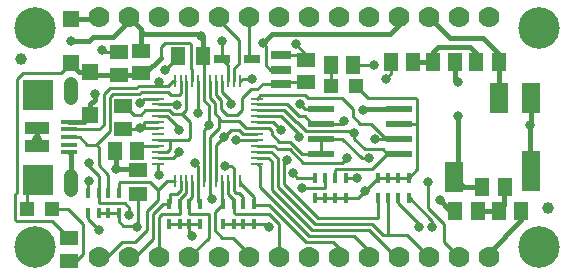
<source format=gbr>
G04 EAGLE Gerber RS-274X export*
G75*
%MOMM*%
%FSLAX34Y34*%
%LPD*%
%INTop Copper*%
%IPPOS*%
%AMOC8*
5,1,8,0,0,1.08239X$1,22.5*%
G01*
%ADD10R,2.200000X0.600000*%
%ADD11R,2.500000X2.500000*%
%ADD12C,1.208000*%
%ADD13R,1.350000X0.400000*%
%ADD14R,2.000000X1.000000*%
%ADD15R,1.500000X2.500000*%
%ADD16R,1.500000X3.400000*%
%ADD17R,1.300000X1.500000*%
%ADD18R,1.500000X1.300000*%
%ADD19R,1.500000X1.200000*%
%ADD20R,0.285000X1.100000*%
%ADD21R,1.100000X0.285000*%
%ADD22R,1.100000X0.280000*%
%ADD23R,1.200000X1.500000*%
%ADD24R,1.350000X0.800000*%
%ADD25R,0.450000X0.900000*%
%ADD26C,3.516000*%
%ADD27C,1.778000*%
%ADD28C,1.000000*%
%ADD29R,1.200000X1.200000*%
%ADD30R,1.700000X0.700000*%
%ADD31R,1.400000X1.400000*%
%ADD32C,0.254000*%
%ADD33C,0.800100*%
%ADD34C,0.406400*%
%ADD35C,0.806400*%


D10*
X330330Y113030D03*
X264030Y113030D03*
X330330Y100330D03*
X330330Y125730D03*
X330330Y138430D03*
X264030Y100330D03*
X264030Y125730D03*
X264030Y138430D03*
D11*
X24180Y78300D03*
X24180Y150300D03*
D12*
X52180Y147300D02*
X52180Y159380D01*
X52180Y81300D02*
X52180Y69220D01*
D13*
X50930Y127300D03*
X50930Y120800D03*
X50930Y114300D03*
X50930Y107800D03*
X50930Y101300D03*
D14*
X23180Y121800D03*
X23180Y106800D03*
D15*
X441900Y147300D03*
X376900Y80300D03*
X414900Y147300D03*
D16*
X441900Y85300D03*
D17*
X108560Y102870D03*
X89560Y102870D03*
D18*
X251460Y179680D03*
X251460Y160680D03*
D19*
X109220Y86700D03*
X109220Y65700D03*
D18*
X96520Y121310D03*
X96520Y140310D03*
X111760Y187300D03*
X111760Y168300D03*
D20*
X140140Y77380D03*
X145140Y77380D03*
X150140Y77380D03*
X155140Y77380D03*
X160140Y77380D03*
X165140Y77380D03*
X170140Y77380D03*
X175140Y77380D03*
X180140Y77380D03*
X185140Y77380D03*
X190140Y77380D03*
X195140Y77380D03*
D21*
X209640Y91880D03*
X209640Y96880D03*
X209640Y101880D03*
X209640Y106880D03*
X209640Y111880D03*
X209640Y116880D03*
X209640Y121880D03*
X209640Y126880D03*
X209640Y131880D03*
X209640Y136880D03*
X209640Y141880D03*
X209640Y146880D03*
D20*
X195140Y161380D03*
X190140Y161380D03*
X185140Y161380D03*
X180140Y161380D03*
X175140Y161380D03*
X170140Y161380D03*
X165140Y161380D03*
X160140Y161380D03*
X155140Y161380D03*
X150140Y161380D03*
X145140Y161380D03*
X140140Y161380D03*
D21*
X125640Y146880D03*
X125640Y141880D03*
X125640Y136880D03*
X125640Y131880D03*
X125640Y126880D03*
X125640Y121880D03*
X125640Y116880D03*
X125640Y111880D03*
X125640Y106880D03*
X125640Y101880D03*
X125640Y96880D03*
D22*
X125640Y91880D03*
D23*
X164170Y182880D03*
X143170Y182880D03*
D24*
X205740Y180340D03*
X180340Y180340D03*
D18*
X92710Y186030D03*
X92710Y167030D03*
D25*
X67010Y66920D03*
X67010Y49920D03*
X76010Y66920D03*
X84010Y66920D03*
X93010Y66920D03*
X93010Y49920D03*
X76010Y49920D03*
X84010Y49920D03*
D26*
X21590Y207010D03*
X21590Y21590D03*
X448310Y207010D03*
X448310Y21590D03*
D17*
X377850Y52070D03*
X396850Y52070D03*
X323240Y177800D03*
X342240Y177800D03*
X414680Y52070D03*
X433680Y52070D03*
X358800Y177800D03*
X377800Y177800D03*
X400710Y72390D03*
X419710Y72390D03*
X414630Y177800D03*
X395630Y177800D03*
D27*
X76200Y215900D03*
X101600Y215900D03*
X127000Y215900D03*
X152400Y215900D03*
X177800Y215900D03*
X203200Y215900D03*
X228600Y215900D03*
X254000Y215900D03*
X279400Y215900D03*
X304800Y215900D03*
X330200Y215900D03*
X355600Y215900D03*
X381000Y215900D03*
X406400Y215900D03*
D28*
X455930Y54610D03*
X10160Y180340D03*
D27*
X406400Y12700D03*
X381000Y12700D03*
X355600Y12700D03*
X330200Y12700D03*
X304800Y12700D03*
X279400Y12700D03*
X254000Y12700D03*
X228600Y12700D03*
X203200Y12700D03*
X177800Y12700D03*
X152400Y12700D03*
X127000Y12700D03*
X101600Y12700D03*
X76200Y12700D03*
D29*
X14900Y53340D03*
X35900Y53340D03*
D18*
X50800Y9550D03*
X50800Y28550D03*
D29*
X272710Y157480D03*
X293710Y157480D03*
D17*
X272440Y175260D03*
X291440Y175260D03*
D25*
X161590Y41030D03*
X161590Y58030D03*
X152590Y41030D03*
X144590Y41030D03*
X135590Y41030D03*
X135590Y58030D03*
X152590Y58030D03*
X144590Y58030D03*
X207310Y41030D03*
X207310Y58030D03*
X198310Y41030D03*
X190310Y41030D03*
X181310Y41030D03*
X181310Y58030D03*
X198310Y58030D03*
X190310Y58030D03*
X312120Y79620D03*
X312120Y62620D03*
X321120Y79620D03*
X329120Y79620D03*
X338120Y79620D03*
X338120Y62620D03*
X321120Y62620D03*
X329120Y62620D03*
X284780Y62620D03*
X284780Y79620D03*
X275780Y62620D03*
X267780Y62620D03*
X258780Y62620D03*
X258780Y79620D03*
X275780Y79620D03*
X267780Y79620D03*
D30*
X229870Y183450D03*
X229870Y171450D03*
X229870Y159450D03*
D31*
X52070Y177080D03*
X52070Y214080D03*
X68580Y169630D03*
X68580Y132630D03*
D32*
X114300Y126880D02*
X125640Y126880D01*
X125640Y121880D02*
X114340Y121880D01*
X114300Y121920D01*
X114300Y126880D01*
X165140Y144820D02*
X165140Y161380D01*
X168910Y141050D02*
X168910Y124460D01*
D33*
X168910Y124460D03*
D32*
X142092Y141880D02*
X125640Y141880D01*
D33*
X142240Y141732D03*
X110490Y121920D03*
X127000Y82550D03*
X181610Y114300D03*
D32*
X175140Y107830D02*
X175140Y77380D01*
D33*
X90170Y87630D03*
D32*
X175140Y107830D02*
X181610Y114300D01*
D34*
X302260Y138430D02*
X330330Y138430D01*
D32*
X302260Y138430D02*
X300990Y138430D01*
D34*
X299720Y137160D01*
D33*
X299720Y137160D03*
X214630Y194310D03*
D32*
X168910Y124460D02*
X165100Y120650D01*
D33*
X76200Y35560D03*
D34*
X322580Y201930D02*
X330200Y209550D01*
X330200Y215900D01*
D32*
X168910Y141050D02*
X165140Y144820D01*
X142240Y141732D02*
X142092Y141880D01*
X165140Y161380D02*
X165140Y181910D01*
X164170Y182880D01*
X110490Y121920D02*
X109880Y121310D01*
X96520Y121310D01*
X110490Y121920D02*
X114300Y121920D01*
X198080Y116880D02*
X209640Y116880D01*
X198080Y116880D02*
X194310Y120650D01*
X187960Y120650D01*
X181610Y114300D01*
X220980Y171450D02*
X229870Y171450D01*
X220980Y171450D02*
X217170Y175260D01*
X217170Y191770D01*
X214630Y194310D01*
D33*
X379730Y161290D03*
D34*
X377800Y163220D02*
X377800Y177800D01*
X377800Y163220D02*
X379730Y161290D01*
X441900Y147300D02*
X441900Y125670D01*
X440690Y124460D01*
D33*
X440690Y124460D03*
D34*
X322580Y201930D02*
X222250Y201930D01*
X214630Y194310D01*
X433680Y52070D02*
X433680Y43790D01*
X406400Y16510D01*
X406400Y12700D01*
X23180Y112968D02*
X23180Y121800D01*
D33*
X23180Y112968D03*
D34*
X23180Y106800D01*
D32*
X24180Y78300D02*
X14900Y69020D01*
X14900Y53340D01*
D34*
X52180Y100050D02*
X50930Y101300D01*
X52180Y100050D02*
X52180Y81300D01*
D32*
X67010Y49920D02*
X67010Y44750D01*
X76200Y35560D01*
D34*
X102870Y214630D02*
X101600Y215900D01*
X102870Y214630D02*
X111760Y205740D01*
X111760Y204470D01*
X111760Y187300D01*
X89560Y102870D02*
X90170Y102260D01*
X90170Y87630D01*
X108290Y87630D02*
X109220Y86700D01*
X108290Y87630D02*
X90170Y87630D01*
D32*
X125640Y83910D02*
X125640Y91880D01*
X125640Y83910D02*
X127000Y82550D01*
X165100Y77420D02*
X165100Y120650D01*
X165100Y77420D02*
X165140Y77380D01*
D34*
X114300Y201930D02*
X111760Y204470D01*
X114300Y201930D02*
X160020Y201930D01*
X163830Y198120D01*
X163830Y183220D01*
X164170Y182880D01*
D33*
X162560Y200152D03*
D34*
X102870Y214630D02*
X87630Y199390D01*
X71120Y199390D01*
X67310Y195580D01*
X52070Y195580D01*
D35*
X52070Y195580D03*
D34*
X440690Y86510D02*
X441900Y85300D01*
X440690Y86510D02*
X440690Y124460D01*
D32*
X87630Y151130D02*
X85090Y148590D01*
X87630Y151130D02*
X110490Y151130D01*
X111760Y152400D01*
X134620Y152400D01*
X137160Y149860D01*
X143510Y149860D01*
X145140Y151490D01*
X145140Y161380D01*
X85090Y148590D02*
X85090Y119380D01*
X73660Y107950D01*
X66040Y107950D01*
X59690Y114300D01*
X50930Y114300D01*
X73660Y107950D02*
X76010Y105600D01*
X76010Y90360D01*
X84010Y82360D01*
X84010Y66920D01*
X80010Y124460D02*
X80010Y151130D01*
X85090Y156210D01*
X108210Y156210D01*
X109480Y157480D01*
X127000Y157480D01*
X128270Y157480D02*
X134620Y157480D01*
X80010Y124460D02*
X76350Y120800D01*
D33*
X67310Y92710D03*
D32*
X67310Y90170D01*
X76200Y81280D01*
X76200Y67110D01*
X76010Y66920D01*
X76350Y120800D02*
X50930Y120800D01*
X138520Y161380D02*
X140140Y161380D01*
X138520Y161380D02*
X134620Y157480D01*
X76010Y66920D02*
X76010Y58420D01*
X97790Y58420D01*
X101600Y54610D01*
X101600Y48260D01*
D35*
X101600Y48260D03*
X127000Y161290D03*
D32*
X127000Y157480D01*
X128270Y157480D01*
X209640Y141880D02*
X235310Y141880D01*
X245110Y132080D01*
X250190Y132080D01*
X256540Y125730D01*
X264030Y125730D01*
D33*
X283210Y128270D03*
D32*
X280670Y125730D01*
X264030Y125730D01*
X251460Y119380D02*
X292100Y119380D01*
X330330Y100330D02*
X331600Y100330D01*
X232690Y136880D02*
X209640Y136880D01*
X232690Y136880D02*
X242570Y127000D01*
X243840Y127000D01*
X251460Y119380D01*
X320040Y100330D02*
X330330Y100330D01*
D33*
X292100Y118110D03*
D32*
X292100Y119380D01*
X320040Y100330D02*
X307340Y87630D01*
X276860Y87630D01*
X275590Y86360D01*
X275590Y79810D01*
X275780Y79620D01*
X316230Y104140D02*
X320040Y100330D01*
X316230Y104140D02*
X300990Y104140D01*
X292100Y113030D01*
X292100Y118110D01*
X155140Y161380D02*
X155140Y171250D01*
X153670Y172720D01*
X153670Y193040D01*
X152400Y194310D01*
X114300Y168910D02*
X114300Y168300D01*
D34*
X59520Y169630D02*
X52070Y177080D01*
X59520Y169630D02*
X68580Y169630D01*
X71180Y167030D01*
D32*
X132080Y194310D02*
X152400Y194310D01*
X132080Y194310D02*
X128270Y190500D01*
X128270Y181610D01*
X112370Y168910D02*
X111760Y168300D01*
D34*
X92710Y167030D02*
X71180Y167030D01*
X92710Y167030D02*
X110490Y167030D01*
X111760Y168300D01*
X114960Y168300D02*
X128270Y181610D01*
X114960Y168300D02*
X111760Y168300D01*
X113690Y168300D02*
X114300Y168910D01*
X113690Y168300D02*
X111760Y168300D01*
D32*
X52070Y177080D02*
X43900Y168910D01*
X11430Y168910D01*
X6350Y163830D01*
X6350Y67310D01*
X5080Y66040D01*
X5080Y44450D01*
X6350Y43180D01*
X36170Y43180D01*
X50800Y28550D01*
D34*
X74380Y214080D02*
X76200Y215900D01*
X74380Y214080D02*
X52070Y214080D01*
D32*
X112570Y106880D02*
X125640Y106880D01*
X112570Y106880D02*
X108560Y102870D01*
X175260Y149860D02*
X179070Y146050D01*
X179070Y138430D01*
X184150Y133350D01*
X193040Y133350D01*
X196850Y137160D01*
X196850Y147320D01*
X204470Y154940D01*
X210160Y154940D01*
X214670Y159450D01*
X229870Y159450D01*
X231100Y160680D01*
X251460Y160680D01*
X175260Y161260D02*
X175260Y149860D01*
X175260Y161260D02*
X175140Y161380D01*
X180140Y161380D02*
X180140Y152600D01*
X187960Y144780D01*
X187960Y142240D01*
D33*
X187960Y142240D03*
X242570Y193040D03*
D32*
X251460Y184150D01*
X251460Y179680D01*
X247690Y183450D02*
X229870Y183450D01*
X247690Y183450D02*
X251460Y179680D01*
X170140Y161380D02*
X170140Y147360D01*
X173990Y143510D01*
X173990Y134620D01*
X177800Y130810D01*
X177800Y129540D01*
X177800Y121920D01*
X219750Y121880D02*
X222250Y119380D01*
X228600Y110490D02*
X238100Y110490D01*
X222250Y116840D02*
X222250Y119380D01*
X222250Y116840D02*
X228600Y110490D01*
X264030Y113030D02*
X264030Y100330D01*
X109220Y39370D02*
X107950Y38100D01*
X109220Y39370D02*
X109220Y65700D01*
X170140Y81280D02*
X170180Y81240D01*
X170140Y114260D02*
X177800Y121920D01*
X330330Y125730D02*
X345440Y125730D01*
X144590Y41030D02*
X135590Y41030D01*
X144590Y41030D02*
X152590Y41030D01*
X161590Y41030D01*
D33*
X154940Y30480D03*
X107950Y38100D03*
D32*
X181310Y41030D02*
X190310Y41030D01*
X198310Y41030D01*
X207310Y41030D01*
D33*
X219710Y38100D03*
X171450Y62230D03*
D32*
X170180Y63500D01*
X238100Y110490D02*
X248260Y100330D01*
X264030Y100330D01*
X265300Y100330D01*
X267780Y62620D02*
X258780Y62620D01*
X267780Y62620D02*
X275780Y62620D01*
X284780Y62620D01*
X345440Y86940D02*
X345440Y125730D01*
X321120Y79620D02*
X312120Y79620D01*
X321120Y79620D02*
X329120Y79620D01*
X281940Y113030D02*
X264030Y113030D01*
X281940Y113030D02*
X298450Y96520D01*
X304800Y96520D01*
D33*
X304800Y96520D03*
X300990Y68580D03*
D32*
X200660Y121920D02*
X194310Y128270D01*
X179070Y128270D01*
X177800Y129540D01*
X293710Y157480D02*
X303870Y147320D01*
X344170Y147320D01*
X345440Y146050D01*
X345440Y125730D01*
X84010Y49920D02*
X76010Y49920D01*
X84010Y49920D02*
X93010Y49920D01*
X93010Y42880D01*
X96520Y39370D01*
X106680Y39370D01*
X107950Y38100D01*
X152590Y41030D02*
X152590Y32830D01*
X154940Y30480D01*
X284780Y62620D02*
X295030Y62620D01*
X300990Y68580D01*
X312030Y79620D02*
X312120Y79620D01*
X312030Y79620D02*
X300990Y68580D01*
X170140Y82550D02*
X170140Y114260D01*
X170140Y82550D02*
X170140Y77380D01*
X170140Y63540D01*
X171450Y62230D01*
X170180Y81240D02*
X170180Y82510D01*
X170140Y82550D01*
X209640Y121880D02*
X219750Y121880D01*
X209600Y121920D02*
X200660Y121920D01*
X209600Y121920D02*
X209640Y121880D01*
X338120Y79620D02*
X345440Y86940D01*
X338120Y79620D02*
X329120Y79620D01*
X216780Y41030D02*
X207310Y41030D01*
X216780Y41030D02*
X219710Y38100D01*
X135408Y136880D02*
X125640Y136880D01*
X125640Y111880D02*
X135890Y111880D01*
X151250Y111880D01*
X153162Y113792D01*
X133630Y101880D02*
X125640Y101880D01*
X133630Y101880D02*
X135890Y104140D01*
X135890Y111880D01*
X138684Y133604D02*
X135408Y136880D01*
X138684Y133604D02*
X146050Y133604D01*
X153162Y127000D02*
X153162Y113792D01*
X153162Y127000D02*
X146431Y133731D01*
X98450Y140310D02*
X96520Y140310D01*
X98450Y140310D02*
X105410Y133350D01*
X111760Y133350D01*
X115290Y136880D01*
X125640Y136880D01*
X150140Y137440D02*
X150140Y161380D01*
X150140Y137440D02*
X146431Y133731D01*
X146177Y133731D01*
X146050Y133604D01*
X138790Y96880D02*
X125640Y96880D01*
X138790Y96880D02*
X143510Y101600D01*
D33*
X143510Y101600D03*
X364490Y60960D03*
D34*
X373380Y52070D02*
X377850Y52070D01*
X373380Y52070D02*
X364490Y60960D01*
D32*
X133550Y131880D02*
X125640Y131880D01*
X133550Y131880D02*
X143510Y121920D01*
X143510Y120650D01*
D33*
X143510Y120650D03*
X318770Y163830D03*
D32*
X323240Y168300D02*
X323240Y177800D01*
X323240Y168300D02*
X318770Y163830D01*
X160140Y161380D02*
X160140Y146170D01*
D33*
X160020Y134620D03*
X132080Y171450D03*
D32*
X160020Y146050D02*
X160140Y146170D01*
X160020Y146050D02*
X160020Y134620D01*
X143510Y182880D02*
X143170Y182880D01*
X143510Y182880D02*
X132080Y171450D01*
D33*
X245110Y114300D03*
D32*
X230070Y131880D02*
X209640Y131880D01*
X230070Y131880D02*
X245110Y116840D01*
X245110Y114300D01*
D33*
X294640Y80010D03*
D32*
X294520Y79890D01*
X294250Y79620D02*
X284780Y79620D01*
X294250Y79620D02*
X294640Y80010D01*
X223640Y126880D02*
X209640Y126880D01*
X223640Y126880D02*
X229870Y120650D01*
D33*
X229870Y120650D03*
D32*
X232410Y74930D02*
X261620Y45720D01*
X232410Y74930D02*
X232410Y92710D01*
X234950Y95250D01*
D33*
X234950Y95250D03*
D32*
X312120Y62620D02*
X312120Y45720D01*
X261620Y45720D01*
X209640Y111880D02*
X191890Y111880D01*
X191770Y111760D01*
D33*
X191770Y111760D03*
D32*
X267780Y79620D02*
X267780Y71120D01*
X247650Y71120D01*
D33*
X247650Y71120D03*
D32*
X224590Y106880D02*
X209640Y106880D01*
X224590Y106880D02*
X227330Y104140D01*
X237490Y104140D01*
X248920Y92710D01*
X281940Y92710D01*
X285750Y96520D01*
D33*
X308610Y175260D03*
X285750Y96520D03*
D32*
X354330Y76200D02*
X354330Y54610D01*
D33*
X354330Y76200D03*
D32*
X308610Y175260D02*
X291440Y175260D01*
X354330Y54610D02*
X368300Y40640D01*
X368300Y25400D01*
X381000Y12700D01*
X221970Y101880D02*
X209640Y101880D01*
X221970Y101880D02*
X227330Y96520D01*
X227330Y72390D01*
X259080Y40640D01*
X307340Y40640D01*
X316230Y31750D01*
X321120Y31750D01*
X336550Y31750D01*
X321120Y31750D02*
X321120Y62620D01*
X336550Y31750D02*
X355600Y12700D01*
X219350Y96880D02*
X209640Y96880D01*
X219350Y96880D02*
X222250Y93980D01*
X256540Y35560D02*
X304800Y35560D01*
X256540Y35560D02*
X222250Y69850D01*
X222250Y93980D01*
X358140Y38520D02*
X358140Y38100D01*
D33*
X358140Y38100D03*
D32*
X338120Y62620D02*
X338120Y63200D01*
X358140Y43180D01*
X358140Y38100D01*
X327660Y12700D02*
X304800Y35560D01*
X327660Y12700D02*
X330200Y12700D01*
X212090Y72390D02*
X212090Y89430D01*
X212090Y72390D02*
X254000Y30480D01*
D33*
X346710Y38100D03*
D32*
X329120Y58230D02*
X329120Y62620D01*
X329120Y58230D02*
X346710Y40640D01*
X346710Y38100D01*
X292100Y30480D02*
X254000Y30480D01*
X292100Y30480D02*
X304800Y17780D01*
X304800Y12700D01*
X212090Y89430D02*
X209640Y91880D01*
X207010Y58420D02*
X207010Y57330D01*
X219830Y57030D02*
X251460Y25400D01*
X274320Y25400D01*
X279400Y20320D01*
X279400Y12700D01*
X219830Y57030D02*
X208310Y57030D01*
X207310Y58030D01*
X207310Y58120D01*
X207010Y58420D01*
X195140Y75370D02*
X195140Y77380D01*
X195140Y75370D02*
X207010Y63500D01*
X207010Y58330D01*
X207310Y58030D01*
X190140Y68940D02*
X190140Y77380D01*
X190140Y68940D02*
X191770Y67310D01*
X194310Y67310D01*
X198310Y63310D01*
X198310Y58030D01*
X182520Y89810D02*
X182880Y90170D01*
D33*
X182880Y90170D03*
D32*
X190140Y87990D02*
X190140Y77380D01*
X190140Y87990D02*
X187960Y90170D01*
X182880Y90170D01*
X185140Y77380D02*
X185140Y66320D01*
X191580Y49530D02*
X219710Y49530D01*
X228600Y40640D01*
X228600Y12700D01*
X190310Y61150D02*
X185140Y66320D01*
X190310Y61150D02*
X190310Y58030D01*
X190310Y50800D02*
X191580Y49530D01*
X190310Y50800D02*
X190310Y58030D01*
X173990Y50710D02*
X173990Y35560D01*
X180340Y29210D01*
X189230Y29210D01*
X203200Y15240D01*
X203200Y12700D01*
X180140Y59200D02*
X180140Y77380D01*
X180140Y59200D02*
X181310Y58030D01*
X173990Y50710D01*
X160140Y77380D02*
X160140Y90050D01*
X157480Y92710D01*
D33*
X157480Y92710D03*
D32*
X160140Y77380D02*
X160140Y59480D01*
X161590Y58030D01*
X168910Y49530D02*
X152590Y49530D01*
X168910Y49530D02*
X168910Y29210D01*
X152400Y12700D01*
X155140Y63700D02*
X155140Y77380D01*
X155140Y63700D02*
X152590Y61150D01*
X152590Y58030D01*
X152590Y49530D01*
X144590Y49530D02*
X129540Y49530D01*
X150140Y67082D02*
X150140Y77380D01*
X150140Y67082D02*
X144590Y61532D01*
X144590Y58030D01*
X144590Y49530D01*
X129540Y49530D02*
X127000Y46990D01*
X127000Y12700D01*
X145140Y69194D02*
X145140Y77380D01*
X145140Y69194D02*
X141986Y66040D01*
X135890Y66040D01*
X130420Y58030D02*
X121920Y49530D01*
X121920Y27940D01*
X106680Y12700D01*
X101600Y12700D01*
X130420Y58030D02*
X135590Y58030D01*
X135890Y58330D02*
X135890Y66040D01*
X135890Y58330D02*
X135590Y58030D01*
X180340Y180340D02*
X180340Y195580D01*
D33*
X180340Y195580D03*
X240030Y83820D03*
D32*
X185140Y161380D02*
X185140Y175540D01*
X180340Y180340D01*
X240030Y83820D02*
X243840Y80010D01*
X250190Y80010D01*
X250310Y79890D01*
X258510Y79890D01*
X258780Y79620D01*
X190140Y161380D02*
X190140Y172360D01*
X194310Y176530D01*
X194310Y196850D01*
X177800Y213360D01*
X177800Y215900D01*
X203200Y182880D02*
X205740Y180340D01*
X203200Y182880D02*
X203200Y215900D01*
X125640Y146880D02*
X113860Y146880D01*
X110490Y143510D01*
D33*
X110490Y143510D03*
X78740Y187960D03*
D32*
X80620Y186030D02*
X92710Y186030D01*
X67010Y77170D02*
X67010Y66920D01*
X67010Y77170D02*
X67310Y77470D01*
D33*
X67310Y77470D03*
D32*
X80620Y186030D02*
X78740Y187910D01*
X78740Y187960D01*
X93980Y76183D02*
X119397Y76183D01*
X125730Y60960D02*
X116840Y52070D01*
X116840Y35560D01*
X106680Y25400D01*
X95250Y25400D01*
X82550Y12700D01*
X76200Y12700D01*
X93010Y75213D02*
X93980Y76183D01*
X93010Y75213D02*
X93010Y66920D01*
X125730Y69850D02*
X125730Y60960D01*
X125730Y69850D02*
X133350Y77470D01*
X140050Y77470D01*
X140140Y77380D01*
X125730Y69850D02*
X119397Y76183D01*
D34*
X342240Y177800D02*
X358800Y177800D01*
X358800Y186080D01*
X363220Y190500D01*
X389890Y190500D01*
X394970Y185420D01*
X394970Y178460D01*
X395630Y177800D01*
X396850Y52070D02*
X414680Y52070D01*
X415950Y52070D01*
X419100Y71780D02*
X419710Y72390D01*
X419100Y71780D02*
X419100Y56490D01*
X414680Y52070D01*
X63250Y127300D02*
X50930Y127300D01*
X63250Y127300D02*
X68580Y132630D01*
D35*
X72390Y151130D03*
D34*
X72390Y146050D01*
X68580Y142240D01*
X68580Y132630D01*
X384810Y72390D02*
X400710Y72390D01*
X384810Y72390D02*
X376900Y80300D01*
D33*
X379730Y132080D03*
D34*
X379730Y83130D01*
X376900Y80300D01*
X414900Y147300D02*
X414900Y175530D01*
X373380Y198120D02*
X355600Y215900D01*
X373380Y198120D02*
X401320Y198120D01*
X415290Y184150D01*
X415290Y178460D01*
X414630Y177800D01*
D32*
X414630Y175800D02*
X414900Y175530D01*
X414630Y175800D02*
X414630Y177800D01*
X49530Y53340D02*
X35900Y53340D01*
X49530Y53340D02*
X62230Y40640D01*
X62230Y15240D01*
X55880Y8890D01*
X51460Y8890D01*
X50800Y9550D01*
X272440Y157750D02*
X272440Y175260D01*
X272440Y157750D02*
X272710Y157480D01*
X250190Y149860D02*
X212620Y149860D01*
X250190Y149860D02*
X252730Y147320D01*
X281940Y147320D01*
X290830Y138430D01*
X290830Y132080D01*
X297180Y125730D01*
X306070Y125730D01*
X318770Y113030D01*
X330330Y113030D01*
X212620Y149860D02*
X209640Y146880D01*
X309880Y113030D02*
X318770Y113030D01*
D33*
X309880Y113030D03*
X205740Y163830D03*
X246380Y142240D03*
D32*
X250190Y138430D01*
X264030Y138430D01*
X205740Y163830D02*
X197590Y163830D01*
X195140Y161380D01*
M02*

</source>
